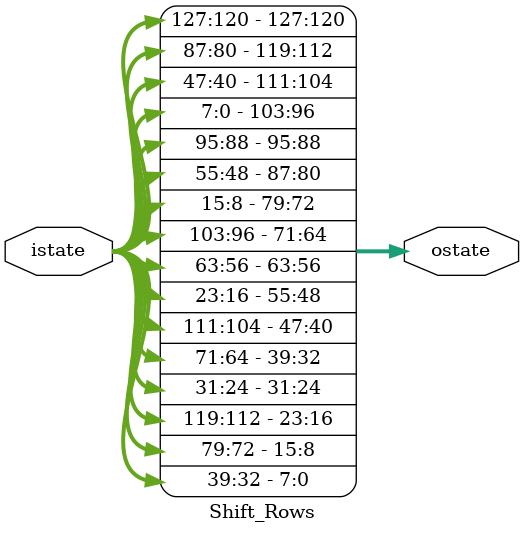
<source format=v>
`timescale 1ns / 1ps


module Shift_Rows(input [127:0] istate,output [127:0] ostate);

assign ostate[127:120]=istate[127:120];
assign ostate[95:88]=istate[95:88];
assign ostate[63:56]=istate[63:56];
assign ostate[31:24]=istate[31:24];

assign ostate[119:112]=istate[87:80];
assign ostate[87:80]=istate[55:48];
assign ostate[55:48]=istate[23:16];
assign ostate[23:16]=istate[119:112];

assign ostate[111:104]=istate[47:40];
assign ostate[79:72]=istate[15:8];
assign ostate[47:40]=istate[111:104];
assign ostate[15:8]=istate[79:72];

assign ostate[103:96]=istate[7:0];
assign ostate[71:64]=istate[103:96];
assign ostate[39:32]=istate[71:64];
assign ostate[7:0]=istate[39:32];



endmodule

</source>
